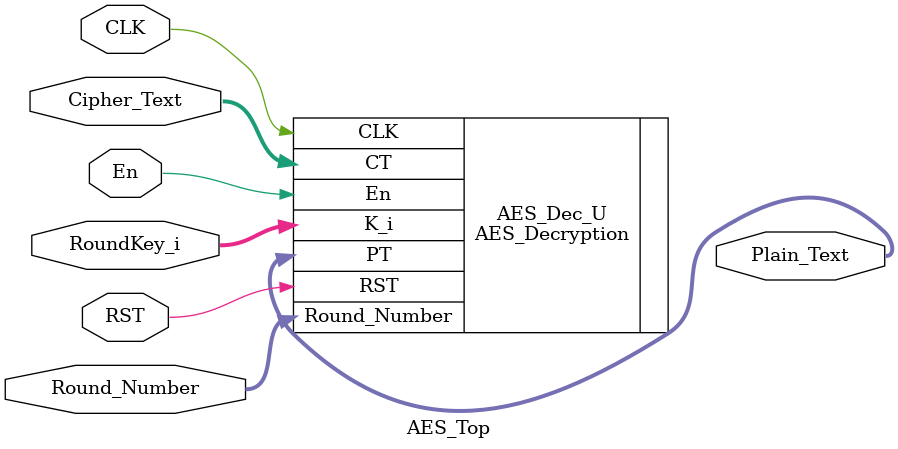
<source format=v>
module AES_Top #(parameter BLOCK_LENGTH = 128) (
    input  wire                     CLK,
    input  wire                     RST,
    input  wire                     En,
    input  wire [BLOCK_LENGTH-1:0]  Cipher_Text,  // 128-bit input ciphertext
    input  wire [BLOCK_LENGTH-1:0]  RoundKey_i,   // Iterative round key (changes each round)
    input  wire [3:0]               Round_Number, // Current round number from FSM
    output wire [BLOCK_LENGTH-1:0]  Plain_Text   // 128-bit output plaintext
);

    // Instantiate the AES Decryption core (iterative version)
    AES_Decryption #(.BLOCK_LENGTH(BLOCK_LENGTH)) AES_Dec_U (
        .CLK(CLK),
        .RST(RST),
        .En(En),
        .CT(Cipher_Text),
        .K_i(RoundKey_i),
        .Round_Number(Round_Number),
        .PT(Plain_Text)
    );

endmodule

</source>
